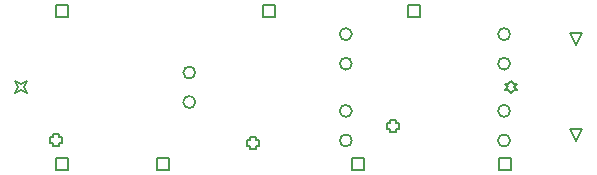
<source format=gbr>
%TF.GenerationSoftware,Altium Limited,Altium Designer,18.1.7 (191)*%
G04 Layer_Color=2752767*
%FSLAX45Y45*%
%MOMM*%
%TF.FileFunction,Drawing*%
%TF.Part,Single*%
G01*
G75*
%TA.AperFunction,NonConductor*%
%ADD50C,0.12700*%
%ADD51C,0.16933*%
D50*
X-4400800Y599200D02*
Y700800D01*
X-4299200D01*
Y599200D01*
X-4400800D01*
Y-700800D02*
Y-599200D01*
X-4299200D01*
Y-700800D01*
X-4400800D01*
X-3550800D02*
Y-599200D01*
X-3449200D01*
Y-700800D01*
X-3550800D01*
X-2650800Y599200D02*
Y700800D01*
X-2549200D01*
Y599200D01*
X-2650800D01*
X-1900800Y-700800D02*
Y-599200D01*
X-1799200D01*
Y-700800D01*
X-1900800D01*
X-1425800Y599200D02*
Y700800D01*
X-1324200D01*
Y599200D01*
X-1425800D01*
X-650800Y-700800D02*
Y-599200D01*
X-549200D01*
Y-700800D01*
X-650800D01*
X0Y-456800D02*
X-50800Y-355200D01*
X50800D01*
X0Y-456800D01*
Y355200D02*
X-50800Y456800D01*
X50800D01*
X0Y355200D01*
X-550000Y-50800D02*
X-524600Y-25400D01*
X-499200D01*
X-524600Y-0D01*
X-499200Y25400D01*
X-524600D01*
X-550000Y50800D01*
X-575400Y25400D01*
X-600800D01*
X-575400Y-0D01*
X-600800Y-25400D01*
X-575400D01*
X-550000Y-50800D01*
X-4750800D02*
X-4725400Y-0D01*
X-4750800Y50800D01*
X-4700000Y25400D01*
X-4649200Y50800D01*
X-4674600Y-0D01*
X-4649200Y-50800D01*
X-4700000Y-25400D01*
X-4750800Y-50800D01*
X-1571600Y-356700D02*
Y-382100D01*
X-1520800D01*
Y-356700D01*
X-1495400D01*
Y-305900D01*
X-1520800D01*
Y-280500D01*
X-1571600D01*
Y-305900D01*
X-1597000D01*
Y-356700D01*
X-1571600D01*
X-2764395Y-495400D02*
Y-520800D01*
X-2713595D01*
Y-495400D01*
X-2688195D01*
Y-444600D01*
X-2713595D01*
Y-419200D01*
X-2764395D01*
Y-444600D01*
X-2789795D01*
Y-495400D01*
X-2764395D01*
X-4425400Y-470400D02*
Y-495800D01*
X-4374600D01*
Y-470400D01*
X-4349200D01*
Y-419600D01*
X-4374600D01*
Y-394200D01*
X-4425400D01*
Y-419600D01*
X-4450800D01*
Y-470400D01*
X-4425400D01*
D51*
X-1899200Y-450000D02*
G03*
X-1899200Y-450000I-50800J0D01*
G01*
Y-200000D02*
G03*
X-1899200Y-200000I-50800J0D01*
G01*
X-3224200Y-125000D02*
G03*
X-3224200Y-125000I-50800J0D01*
G01*
Y125000D02*
G03*
X-3224200Y125000I-50800J0D01*
G01*
X-1899200Y200000D02*
G03*
X-1899200Y200000I-50800J0D01*
G01*
Y450000D02*
G03*
X-1899200Y450000I-50800J0D01*
G01*
X-559200Y-200000D02*
G03*
X-559200Y-200000I-50800J0D01*
G01*
Y-450000D02*
G03*
X-559200Y-450000I-50800J0D01*
G01*
Y450000D02*
G03*
X-559200Y450000I-50800J0D01*
G01*
Y200000D02*
G03*
X-559200Y200000I-50800J0D01*
G01*
%TF.MD5,79bf9c917d33568fce9825581dbb219c*%
M02*

</source>
